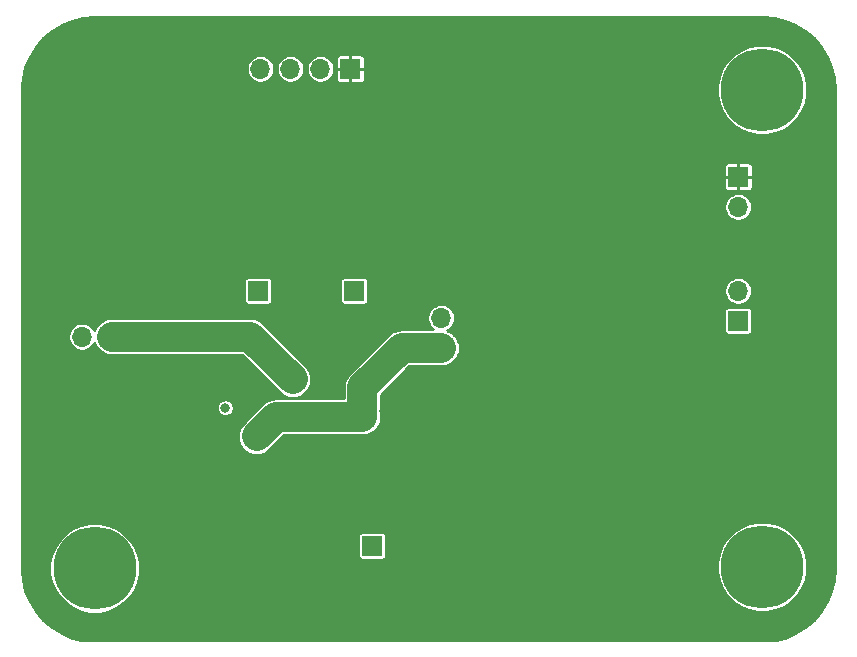
<source format=gbr>
%TF.GenerationSoftware,KiCad,Pcbnew,(5.1.9)-1*%
%TF.CreationDate,2021-07-13T18:03:53-04:00*%
%TF.ProjectId,detector_circuit_alt_LTC6254,64657465-6374-46f7-925f-636972637569,rev?*%
%TF.SameCoordinates,Original*%
%TF.FileFunction,Copper,L4,Bot*%
%TF.FilePolarity,Positive*%
%FSLAX46Y46*%
G04 Gerber Fmt 4.6, Leading zero omitted, Abs format (unit mm)*
G04 Created by KiCad (PCBNEW (5.1.9)-1) date 2021-07-13 18:03:53*
%MOMM*%
%LPD*%
G01*
G04 APERTURE LIST*
%TA.AperFunction,ComponentPad*%
%ADD10C,7.000000*%
%TD*%
%TA.AperFunction,ComponentPad*%
%ADD11R,1.700000X1.700000*%
%TD*%
%TA.AperFunction,ComponentPad*%
%ADD12O,1.700000X1.700000*%
%TD*%
%TA.AperFunction,ViaPad*%
%ADD13C,0.800000*%
%TD*%
%TA.AperFunction,Conductor*%
%ADD14C,2.500000*%
%TD*%
%TA.AperFunction,Conductor*%
%ADD15C,0.254000*%
%TD*%
%TA.AperFunction,Conductor*%
%ADD16C,0.100000*%
%TD*%
G04 APERTURE END LIST*
D10*
%TO.P,REF\u002A\u002A,1*%
%TO.N,N/C*%
X146685000Y-100457000D03*
%TD*%
%TO.P,REF\u002A\u002A,1*%
%TO.N,N/C*%
X146685000Y-140843000D03*
%TD*%
D11*
%TO.P,TP2,1*%
%TO.N,Net-(C31-Pad2)*%
X104013000Y-117475000D03*
%TD*%
%TO.P,TP15,1*%
%TO.N,Net-(C18-Pad2)*%
X113665000Y-139065000D03*
%TD*%
D12*
%TO.P,JP1,2*%
%TO.N,/AMP_OUT*%
X119507000Y-119761000D03*
D11*
%TO.P,JP1,1*%
%TO.N,Net-(C36-Pad1)*%
X119507000Y-122301000D03*
%TD*%
%TO.P,TP1,1*%
%TO.N,/DET_ADC*%
X112141000Y-117475000D03*
%TD*%
D12*
%TO.P,JP5,2*%
%TO.N,/Filter_IN*%
X89090500Y-121348500D03*
D11*
%TO.P,JP5,1*%
%TO.N,Net-(C31-Pad1)*%
X91630500Y-121348500D03*
%TD*%
D12*
%TO.P,J3,4*%
%TO.N,/SIPM_OUT*%
X104203500Y-98679000D03*
%TO.P,J3,3*%
%TO.N,/DET_ADC*%
X106743500Y-98679000D03*
%TO.P,J3,2*%
%TO.N,/AMP_OUT*%
X109283500Y-98679000D03*
D11*
%TO.P,J3,1*%
%TO.N,GND*%
X111823500Y-98679000D03*
%TD*%
D12*
%TO.P,J2,2*%
%TO.N,N/C*%
X144653000Y-117475000D03*
D11*
%TO.P,J2,1*%
%TO.N,/SIPM_OUT*%
X144653000Y-120015000D03*
%TD*%
D12*
%TO.P,J1,2*%
%TO.N,+4.7V*%
X144653000Y-110363000D03*
D11*
%TO.P,J1,1*%
%TO.N,GND*%
X144653000Y-107823000D03*
%TD*%
D10*
%TO.P,REF\u002A\u002A,1*%
%TO.N,N/C*%
X90170000Y-140970000D03*
%TD*%
D13*
%TO.N,GND*%
X124460000Y-123190000D03*
X109982000Y-140589000D03*
X100965000Y-140589000D03*
X101219000Y-125349000D03*
X127635000Y-123190000D03*
X114173000Y-100520500D03*
X114681000Y-127635000D03*
X126669800Y-131394200D03*
X122809000Y-131191000D03*
X130429000Y-131191000D03*
X133985000Y-131191000D03*
%TO.N,Net-(C31-Pad1)*%
X106943000Y-124959000D03*
%TO.N,Net-(C36-Pad1)*%
X113157000Y-128143000D03*
X103886000Y-129794000D03*
%TO.N,+4.7V*%
X101219000Y-127381000D03*
%TD*%
D14*
%TO.N,Net-(C31-Pad1)*%
X103332500Y-121348500D02*
X106943000Y-124959000D01*
X91630500Y-121348500D02*
X103332500Y-121348500D01*
%TO.N,Net-(C36-Pad1)*%
X105537000Y-128143000D02*
X112830999Y-128143000D01*
X103886000Y-129794000D02*
X105537000Y-128143000D01*
X112830999Y-125627001D02*
X112830999Y-128143000D01*
X116157000Y-122301000D02*
X112830999Y-125627001D01*
X119507000Y-122301000D02*
X116157000Y-122301000D01*
%TD*%
D15*
%TO.N,GND*%
X147650585Y-94360540D02*
X148592388Y-94586647D01*
X149487239Y-94957307D01*
X150313075Y-95463379D01*
X151049583Y-96092417D01*
X151678620Y-96828925D01*
X152184694Y-97654764D01*
X152555353Y-98549612D01*
X152781460Y-99491420D01*
X152858001Y-100463963D01*
X152858000Y-140963050D01*
X152781460Y-141935580D01*
X152555353Y-142877388D01*
X152184694Y-143772236D01*
X151678620Y-144598075D01*
X151049583Y-145334583D01*
X150313075Y-145963621D01*
X149487239Y-146469693D01*
X148592388Y-146840353D01*
X147833104Y-147022641D01*
X89021900Y-147022641D01*
X88262612Y-146840353D01*
X87367764Y-146469694D01*
X86541925Y-145963620D01*
X85805417Y-145334583D01*
X85176379Y-144598075D01*
X84670307Y-143772239D01*
X84299647Y-142877388D01*
X84073540Y-141935585D01*
X84010500Y-141134585D01*
X84010500Y-140593073D01*
X86343000Y-140593073D01*
X86343000Y-141346927D01*
X86490070Y-142086295D01*
X86778557Y-142782764D01*
X87197375Y-143409570D01*
X87730430Y-143942625D01*
X88357236Y-144361443D01*
X89053705Y-144649930D01*
X89793073Y-144797000D01*
X90546927Y-144797000D01*
X91286295Y-144649930D01*
X91982764Y-144361443D01*
X92609570Y-143942625D01*
X93142625Y-143409570D01*
X93561443Y-142782764D01*
X93849930Y-142086295D01*
X93997000Y-141346927D01*
X93997000Y-140593073D01*
X93971739Y-140466073D01*
X142858000Y-140466073D01*
X142858000Y-141219927D01*
X143005070Y-141959295D01*
X143293557Y-142655764D01*
X143712375Y-143282570D01*
X144245430Y-143815625D01*
X144872236Y-144234443D01*
X145568705Y-144522930D01*
X146308073Y-144670000D01*
X147061927Y-144670000D01*
X147801295Y-144522930D01*
X148497764Y-144234443D01*
X149124570Y-143815625D01*
X149657625Y-143282570D01*
X150076443Y-142655764D01*
X150364930Y-141959295D01*
X150512000Y-141219927D01*
X150512000Y-140466073D01*
X150364930Y-139726705D01*
X150076443Y-139030236D01*
X149657625Y-138403430D01*
X149124570Y-137870375D01*
X148497764Y-137451557D01*
X147801295Y-137163070D01*
X147061927Y-137016000D01*
X146308073Y-137016000D01*
X145568705Y-137163070D01*
X144872236Y-137451557D01*
X144245430Y-137870375D01*
X143712375Y-138403430D01*
X143293557Y-139030236D01*
X143005070Y-139726705D01*
X142858000Y-140466073D01*
X93971739Y-140466073D01*
X93849930Y-139853705D01*
X93561443Y-139157236D01*
X93142625Y-138530430D01*
X92827195Y-138215000D01*
X112486418Y-138215000D01*
X112486418Y-139915000D01*
X112492732Y-139979103D01*
X112511430Y-140040743D01*
X112541794Y-140097550D01*
X112582657Y-140147343D01*
X112632450Y-140188206D01*
X112689257Y-140218570D01*
X112750897Y-140237268D01*
X112815000Y-140243582D01*
X114515000Y-140243582D01*
X114579103Y-140237268D01*
X114640743Y-140218570D01*
X114697550Y-140188206D01*
X114747343Y-140147343D01*
X114788206Y-140097550D01*
X114818570Y-140040743D01*
X114837268Y-139979103D01*
X114843582Y-139915000D01*
X114843582Y-138215000D01*
X114837268Y-138150897D01*
X114818570Y-138089257D01*
X114788206Y-138032450D01*
X114747343Y-137982657D01*
X114697550Y-137941794D01*
X114640743Y-137911430D01*
X114579103Y-137892732D01*
X114515000Y-137886418D01*
X112815000Y-137886418D01*
X112750897Y-137892732D01*
X112689257Y-137911430D01*
X112632450Y-137941794D01*
X112582657Y-137982657D01*
X112541794Y-138032450D01*
X112511430Y-138089257D01*
X112492732Y-138150897D01*
X112486418Y-138215000D01*
X92827195Y-138215000D01*
X92609570Y-137997375D01*
X91982764Y-137578557D01*
X91286295Y-137290070D01*
X90546927Y-137143000D01*
X89793073Y-137143000D01*
X89053705Y-137290070D01*
X88357236Y-137578557D01*
X87730430Y-137997375D01*
X87197375Y-138530430D01*
X86778557Y-139157236D01*
X86490070Y-139853705D01*
X86343000Y-140593073D01*
X84010500Y-140593073D01*
X84010500Y-129794000D01*
X102301370Y-129794000D01*
X102331819Y-130103146D01*
X102421993Y-130400411D01*
X102568429Y-130674373D01*
X102765498Y-130914502D01*
X103005627Y-131111571D01*
X103279589Y-131258007D01*
X103576854Y-131348181D01*
X103886000Y-131378630D01*
X104195146Y-131348181D01*
X104492411Y-131258007D01*
X104766373Y-131111571D01*
X104946328Y-130963886D01*
X106190215Y-129720000D01*
X112753530Y-129720000D01*
X112830999Y-129727630D01*
X112908468Y-129720000D01*
X113140145Y-129697182D01*
X113437411Y-129607007D01*
X113711372Y-129460572D01*
X113951502Y-129263503D01*
X114148571Y-129023373D01*
X114295006Y-128749412D01*
X114385181Y-128452146D01*
X114415629Y-128143000D01*
X114407999Y-128065531D01*
X114407999Y-126280215D01*
X116810215Y-123878000D01*
X119584469Y-123878000D01*
X119816146Y-123855182D01*
X120113412Y-123765007D01*
X120387373Y-123618572D01*
X120627503Y-123421503D01*
X120824572Y-123181373D01*
X120971007Y-122907412D01*
X121061182Y-122610146D01*
X121091630Y-122301000D01*
X121061182Y-121991854D01*
X120971007Y-121694588D01*
X120824572Y-121420627D01*
X120627503Y-121180497D01*
X120387373Y-120983428D01*
X120113412Y-120836993D01*
X120039270Y-120814502D01*
X120064519Y-120804044D01*
X120257294Y-120675236D01*
X120421236Y-120511294D01*
X120550044Y-120318519D01*
X120638769Y-120104318D01*
X120684000Y-119876924D01*
X120684000Y-119645076D01*
X120638769Y-119417682D01*
X120550044Y-119203481D01*
X120524332Y-119165000D01*
X143474418Y-119165000D01*
X143474418Y-120865000D01*
X143480732Y-120929103D01*
X143499430Y-120990743D01*
X143529794Y-121047550D01*
X143570657Y-121097343D01*
X143620450Y-121138206D01*
X143677257Y-121168570D01*
X143738897Y-121187268D01*
X143803000Y-121193582D01*
X145503000Y-121193582D01*
X145567103Y-121187268D01*
X145628743Y-121168570D01*
X145685550Y-121138206D01*
X145735343Y-121097343D01*
X145776206Y-121047550D01*
X145806570Y-120990743D01*
X145825268Y-120929103D01*
X145831582Y-120865000D01*
X145831582Y-119165000D01*
X145825268Y-119100897D01*
X145806570Y-119039257D01*
X145776206Y-118982450D01*
X145735343Y-118932657D01*
X145685550Y-118891794D01*
X145628743Y-118861430D01*
X145567103Y-118842732D01*
X145503000Y-118836418D01*
X143803000Y-118836418D01*
X143738897Y-118842732D01*
X143677257Y-118861430D01*
X143620450Y-118891794D01*
X143570657Y-118932657D01*
X143529794Y-118982450D01*
X143499430Y-119039257D01*
X143480732Y-119100897D01*
X143474418Y-119165000D01*
X120524332Y-119165000D01*
X120421236Y-119010706D01*
X120257294Y-118846764D01*
X120064519Y-118717956D01*
X119850318Y-118629231D01*
X119622924Y-118584000D01*
X119391076Y-118584000D01*
X119163682Y-118629231D01*
X118949481Y-118717956D01*
X118756706Y-118846764D01*
X118592764Y-119010706D01*
X118463956Y-119203481D01*
X118375231Y-119417682D01*
X118330000Y-119645076D01*
X118330000Y-119876924D01*
X118375231Y-120104318D01*
X118463956Y-120318519D01*
X118592764Y-120511294D01*
X118756706Y-120675236D01*
X118829687Y-120724000D01*
X116234469Y-120724000D01*
X116157000Y-120716370D01*
X115847853Y-120746818D01*
X115550588Y-120836993D01*
X115276626Y-120983428D01*
X115198494Y-121047550D01*
X115036497Y-121180497D01*
X114987112Y-121240673D01*
X111770677Y-124457108D01*
X111710496Y-124506498D01*
X111513427Y-124746629D01*
X111366992Y-125020590D01*
X111276817Y-125317856D01*
X111266517Y-125422436D01*
X111246369Y-125627001D01*
X111253999Y-125704468D01*
X111253999Y-126566000D01*
X105614469Y-126566000D01*
X105537000Y-126558370D01*
X105227853Y-126588818D01*
X105079221Y-126633906D01*
X104930588Y-126678993D01*
X104822549Y-126736741D01*
X104656626Y-126825428D01*
X104544359Y-126917564D01*
X104416497Y-127022497D01*
X104367112Y-127082673D01*
X102716114Y-128733672D01*
X102568429Y-128913627D01*
X102421993Y-129187589D01*
X102331819Y-129484854D01*
X102301370Y-129794000D01*
X84010500Y-129794000D01*
X84010500Y-127309397D01*
X100492000Y-127309397D01*
X100492000Y-127452603D01*
X100519938Y-127593058D01*
X100574741Y-127725364D01*
X100654302Y-127844436D01*
X100755564Y-127945698D01*
X100874636Y-128025259D01*
X101006942Y-128080062D01*
X101147397Y-128108000D01*
X101290603Y-128108000D01*
X101431058Y-128080062D01*
X101563364Y-128025259D01*
X101682436Y-127945698D01*
X101783698Y-127844436D01*
X101863259Y-127725364D01*
X101918062Y-127593058D01*
X101946000Y-127452603D01*
X101946000Y-127309397D01*
X101918062Y-127168942D01*
X101863259Y-127036636D01*
X101783698Y-126917564D01*
X101682436Y-126816302D01*
X101563364Y-126736741D01*
X101431058Y-126681938D01*
X101290603Y-126654000D01*
X101147397Y-126654000D01*
X101006942Y-126681938D01*
X100874636Y-126736741D01*
X100755564Y-126816302D01*
X100654302Y-126917564D01*
X100574741Y-127036636D01*
X100519938Y-127168942D01*
X100492000Y-127309397D01*
X84010500Y-127309397D01*
X84010500Y-121232576D01*
X87913500Y-121232576D01*
X87913500Y-121464424D01*
X87958731Y-121691818D01*
X88047456Y-121906019D01*
X88176264Y-122098794D01*
X88340206Y-122262736D01*
X88532981Y-122391544D01*
X88747182Y-122480269D01*
X88974576Y-122525500D01*
X89206424Y-122525500D01*
X89433818Y-122480269D01*
X89648019Y-122391544D01*
X89840794Y-122262736D01*
X90004736Y-122098794D01*
X90133544Y-121906019D01*
X90144002Y-121880770D01*
X90166493Y-121954912D01*
X90312928Y-122228873D01*
X90509997Y-122469003D01*
X90750127Y-122666072D01*
X91024088Y-122812507D01*
X91321354Y-122902682D01*
X91553031Y-122925500D01*
X102679286Y-122925500D01*
X105882671Y-126128886D01*
X106062626Y-126276571D01*
X106336588Y-126423007D01*
X106633853Y-126513181D01*
X106942999Y-126543630D01*
X107252146Y-126513181D01*
X107549411Y-126423007D01*
X107823373Y-126276571D01*
X108063502Y-126079502D01*
X108260571Y-125839373D01*
X108407007Y-125565411D01*
X108497181Y-125268146D01*
X108527630Y-124958999D01*
X108497181Y-124649853D01*
X108407007Y-124352588D01*
X108260571Y-124078626D01*
X108112886Y-123898671D01*
X104502393Y-120288179D01*
X104453003Y-120227997D01*
X104212873Y-120030928D01*
X103938912Y-119884493D01*
X103641646Y-119794318D01*
X103409969Y-119771500D01*
X103409967Y-119771500D01*
X103332500Y-119763870D01*
X103255033Y-119771500D01*
X91553031Y-119771500D01*
X91321354Y-119794318D01*
X91024088Y-119884493D01*
X90750127Y-120030928D01*
X90509997Y-120227997D01*
X90312928Y-120468127D01*
X90166493Y-120742088D01*
X90144002Y-120816230D01*
X90133544Y-120790981D01*
X90004736Y-120598206D01*
X89840794Y-120434264D01*
X89648019Y-120305456D01*
X89433818Y-120216731D01*
X89206424Y-120171500D01*
X88974576Y-120171500D01*
X88747182Y-120216731D01*
X88532981Y-120305456D01*
X88340206Y-120434264D01*
X88176264Y-120598206D01*
X88047456Y-120790981D01*
X87958731Y-121005182D01*
X87913500Y-121232576D01*
X84010500Y-121232576D01*
X84010500Y-116625000D01*
X102834418Y-116625000D01*
X102834418Y-118325000D01*
X102840732Y-118389103D01*
X102859430Y-118450743D01*
X102889794Y-118507550D01*
X102930657Y-118557343D01*
X102980450Y-118598206D01*
X103037257Y-118628570D01*
X103098897Y-118647268D01*
X103163000Y-118653582D01*
X104863000Y-118653582D01*
X104927103Y-118647268D01*
X104988743Y-118628570D01*
X105045550Y-118598206D01*
X105095343Y-118557343D01*
X105136206Y-118507550D01*
X105166570Y-118450743D01*
X105185268Y-118389103D01*
X105191582Y-118325000D01*
X105191582Y-116625000D01*
X110962418Y-116625000D01*
X110962418Y-118325000D01*
X110968732Y-118389103D01*
X110987430Y-118450743D01*
X111017794Y-118507550D01*
X111058657Y-118557343D01*
X111108450Y-118598206D01*
X111165257Y-118628570D01*
X111226897Y-118647268D01*
X111291000Y-118653582D01*
X112991000Y-118653582D01*
X113055103Y-118647268D01*
X113116743Y-118628570D01*
X113173550Y-118598206D01*
X113223343Y-118557343D01*
X113264206Y-118507550D01*
X113294570Y-118450743D01*
X113313268Y-118389103D01*
X113319582Y-118325000D01*
X113319582Y-117359076D01*
X143476000Y-117359076D01*
X143476000Y-117590924D01*
X143521231Y-117818318D01*
X143609956Y-118032519D01*
X143738764Y-118225294D01*
X143902706Y-118389236D01*
X144095481Y-118518044D01*
X144309682Y-118606769D01*
X144537076Y-118652000D01*
X144768924Y-118652000D01*
X144996318Y-118606769D01*
X145210519Y-118518044D01*
X145403294Y-118389236D01*
X145567236Y-118225294D01*
X145696044Y-118032519D01*
X145784769Y-117818318D01*
X145830000Y-117590924D01*
X145830000Y-117359076D01*
X145784769Y-117131682D01*
X145696044Y-116917481D01*
X145567236Y-116724706D01*
X145403294Y-116560764D01*
X145210519Y-116431956D01*
X144996318Y-116343231D01*
X144768924Y-116298000D01*
X144537076Y-116298000D01*
X144309682Y-116343231D01*
X144095481Y-116431956D01*
X143902706Y-116560764D01*
X143738764Y-116724706D01*
X143609956Y-116917481D01*
X143521231Y-117131682D01*
X143476000Y-117359076D01*
X113319582Y-117359076D01*
X113319582Y-116625000D01*
X113313268Y-116560897D01*
X113294570Y-116499257D01*
X113264206Y-116442450D01*
X113223343Y-116392657D01*
X113173550Y-116351794D01*
X113116743Y-116321430D01*
X113055103Y-116302732D01*
X112991000Y-116296418D01*
X111291000Y-116296418D01*
X111226897Y-116302732D01*
X111165257Y-116321430D01*
X111108450Y-116351794D01*
X111058657Y-116392657D01*
X111017794Y-116442450D01*
X110987430Y-116499257D01*
X110968732Y-116560897D01*
X110962418Y-116625000D01*
X105191582Y-116625000D01*
X105185268Y-116560897D01*
X105166570Y-116499257D01*
X105136206Y-116442450D01*
X105095343Y-116392657D01*
X105045550Y-116351794D01*
X104988743Y-116321430D01*
X104927103Y-116302732D01*
X104863000Y-116296418D01*
X103163000Y-116296418D01*
X103098897Y-116302732D01*
X103037257Y-116321430D01*
X102980450Y-116351794D01*
X102930657Y-116392657D01*
X102889794Y-116442450D01*
X102859430Y-116499257D01*
X102840732Y-116560897D01*
X102834418Y-116625000D01*
X84010500Y-116625000D01*
X84010500Y-110247076D01*
X143476000Y-110247076D01*
X143476000Y-110478924D01*
X143521231Y-110706318D01*
X143609956Y-110920519D01*
X143738764Y-111113294D01*
X143902706Y-111277236D01*
X144095481Y-111406044D01*
X144309682Y-111494769D01*
X144537076Y-111540000D01*
X144768924Y-111540000D01*
X144996318Y-111494769D01*
X145210519Y-111406044D01*
X145403294Y-111277236D01*
X145567236Y-111113294D01*
X145696044Y-110920519D01*
X145784769Y-110706318D01*
X145830000Y-110478924D01*
X145830000Y-110247076D01*
X145784769Y-110019682D01*
X145696044Y-109805481D01*
X145567236Y-109612706D01*
X145403294Y-109448764D01*
X145210519Y-109319956D01*
X144996318Y-109231231D01*
X144768924Y-109186000D01*
X144537076Y-109186000D01*
X144309682Y-109231231D01*
X144095481Y-109319956D01*
X143902706Y-109448764D01*
X143738764Y-109612706D01*
X143609956Y-109805481D01*
X143521231Y-110019682D01*
X143476000Y-110247076D01*
X84010500Y-110247076D01*
X84010500Y-108673000D01*
X143420157Y-108673000D01*
X143427513Y-108747689D01*
X143449299Y-108819508D01*
X143484678Y-108885696D01*
X143532289Y-108943711D01*
X143590304Y-108991322D01*
X143656492Y-109026701D01*
X143728311Y-109048487D01*
X143803000Y-109055843D01*
X144557250Y-109054000D01*
X144652500Y-108958750D01*
X144652500Y-107823500D01*
X144653500Y-107823500D01*
X144653500Y-108958750D01*
X144748750Y-109054000D01*
X145503000Y-109055843D01*
X145577689Y-109048487D01*
X145649508Y-109026701D01*
X145715696Y-108991322D01*
X145773711Y-108943711D01*
X145821322Y-108885696D01*
X145856701Y-108819508D01*
X145878487Y-108747689D01*
X145885843Y-108673000D01*
X145884000Y-107918750D01*
X145788750Y-107823500D01*
X144653500Y-107823500D01*
X144652500Y-107823500D01*
X143517250Y-107823500D01*
X143422000Y-107918750D01*
X143420157Y-108673000D01*
X84010500Y-108673000D01*
X84010500Y-106973000D01*
X143420157Y-106973000D01*
X143422000Y-107727250D01*
X143517250Y-107822500D01*
X144652500Y-107822500D01*
X144652500Y-106687250D01*
X144653500Y-106687250D01*
X144653500Y-107822500D01*
X145788750Y-107822500D01*
X145884000Y-107727250D01*
X145885843Y-106973000D01*
X145878487Y-106898311D01*
X145856701Y-106826492D01*
X145821322Y-106760304D01*
X145773711Y-106702289D01*
X145715696Y-106654678D01*
X145649508Y-106619299D01*
X145577689Y-106597513D01*
X145503000Y-106590157D01*
X144748750Y-106592000D01*
X144653500Y-106687250D01*
X144652500Y-106687250D01*
X144557250Y-106592000D01*
X143803000Y-106590157D01*
X143728311Y-106597513D01*
X143656492Y-106619299D01*
X143590304Y-106654678D01*
X143532289Y-106702289D01*
X143484678Y-106760304D01*
X143449299Y-106826492D01*
X143427513Y-106898311D01*
X143420157Y-106973000D01*
X84010500Y-106973000D01*
X84010500Y-100292415D01*
X84027211Y-100080073D01*
X142858000Y-100080073D01*
X142858000Y-100833927D01*
X143005070Y-101573295D01*
X143293557Y-102269764D01*
X143712375Y-102896570D01*
X144245430Y-103429625D01*
X144872236Y-103848443D01*
X145568705Y-104136930D01*
X146308073Y-104284000D01*
X147061927Y-104284000D01*
X147801295Y-104136930D01*
X148497764Y-103848443D01*
X149124570Y-103429625D01*
X149657625Y-102896570D01*
X150076443Y-102269764D01*
X150364930Y-101573295D01*
X150512000Y-100833927D01*
X150512000Y-100080073D01*
X150364930Y-99340705D01*
X150076443Y-98644236D01*
X149657625Y-98017430D01*
X149124570Y-97484375D01*
X148497764Y-97065557D01*
X147801295Y-96777070D01*
X147061927Y-96630000D01*
X146308073Y-96630000D01*
X145568705Y-96777070D01*
X144872236Y-97065557D01*
X144245430Y-97484375D01*
X143712375Y-98017430D01*
X143293557Y-98644236D01*
X143005070Y-99340705D01*
X142858000Y-100080073D01*
X84027211Y-100080073D01*
X84073540Y-99491415D01*
X84296414Y-98563076D01*
X103026500Y-98563076D01*
X103026500Y-98794924D01*
X103071731Y-99022318D01*
X103160456Y-99236519D01*
X103289264Y-99429294D01*
X103453206Y-99593236D01*
X103645981Y-99722044D01*
X103860182Y-99810769D01*
X104087576Y-99856000D01*
X104319424Y-99856000D01*
X104546818Y-99810769D01*
X104761019Y-99722044D01*
X104953794Y-99593236D01*
X105117736Y-99429294D01*
X105246544Y-99236519D01*
X105335269Y-99022318D01*
X105380500Y-98794924D01*
X105380500Y-98563076D01*
X105566500Y-98563076D01*
X105566500Y-98794924D01*
X105611731Y-99022318D01*
X105700456Y-99236519D01*
X105829264Y-99429294D01*
X105993206Y-99593236D01*
X106185981Y-99722044D01*
X106400182Y-99810769D01*
X106627576Y-99856000D01*
X106859424Y-99856000D01*
X107086818Y-99810769D01*
X107301019Y-99722044D01*
X107493794Y-99593236D01*
X107657736Y-99429294D01*
X107786544Y-99236519D01*
X107875269Y-99022318D01*
X107920500Y-98794924D01*
X107920500Y-98563076D01*
X108106500Y-98563076D01*
X108106500Y-98794924D01*
X108151731Y-99022318D01*
X108240456Y-99236519D01*
X108369264Y-99429294D01*
X108533206Y-99593236D01*
X108725981Y-99722044D01*
X108940182Y-99810769D01*
X109167576Y-99856000D01*
X109399424Y-99856000D01*
X109626818Y-99810769D01*
X109841019Y-99722044D01*
X110033794Y-99593236D01*
X110098030Y-99529000D01*
X110590657Y-99529000D01*
X110598013Y-99603689D01*
X110619799Y-99675508D01*
X110655178Y-99741696D01*
X110702789Y-99799711D01*
X110760804Y-99847322D01*
X110826992Y-99882701D01*
X110898811Y-99904487D01*
X110973500Y-99911843D01*
X111727750Y-99910000D01*
X111823000Y-99814750D01*
X111823000Y-98679500D01*
X111824000Y-98679500D01*
X111824000Y-99814750D01*
X111919250Y-99910000D01*
X112673500Y-99911843D01*
X112748189Y-99904487D01*
X112820008Y-99882701D01*
X112886196Y-99847322D01*
X112944211Y-99799711D01*
X112991822Y-99741696D01*
X113027201Y-99675508D01*
X113048987Y-99603689D01*
X113056343Y-99529000D01*
X113054500Y-98774750D01*
X112959250Y-98679500D01*
X111824000Y-98679500D01*
X111823000Y-98679500D01*
X110687750Y-98679500D01*
X110592500Y-98774750D01*
X110590657Y-99529000D01*
X110098030Y-99529000D01*
X110197736Y-99429294D01*
X110326544Y-99236519D01*
X110415269Y-99022318D01*
X110460500Y-98794924D01*
X110460500Y-98563076D01*
X110415269Y-98335682D01*
X110326544Y-98121481D01*
X110197736Y-97928706D01*
X110098030Y-97829000D01*
X110590657Y-97829000D01*
X110592500Y-98583250D01*
X110687750Y-98678500D01*
X111823000Y-98678500D01*
X111823000Y-97543250D01*
X111824000Y-97543250D01*
X111824000Y-98678500D01*
X112959250Y-98678500D01*
X113054500Y-98583250D01*
X113056343Y-97829000D01*
X113048987Y-97754311D01*
X113027201Y-97682492D01*
X112991822Y-97616304D01*
X112944211Y-97558289D01*
X112886196Y-97510678D01*
X112820008Y-97475299D01*
X112748189Y-97453513D01*
X112673500Y-97446157D01*
X111919250Y-97448000D01*
X111824000Y-97543250D01*
X111823000Y-97543250D01*
X111727750Y-97448000D01*
X110973500Y-97446157D01*
X110898811Y-97453513D01*
X110826992Y-97475299D01*
X110760804Y-97510678D01*
X110702789Y-97558289D01*
X110655178Y-97616304D01*
X110619799Y-97682492D01*
X110598013Y-97754311D01*
X110590657Y-97829000D01*
X110098030Y-97829000D01*
X110033794Y-97764764D01*
X109841019Y-97635956D01*
X109626818Y-97547231D01*
X109399424Y-97502000D01*
X109167576Y-97502000D01*
X108940182Y-97547231D01*
X108725981Y-97635956D01*
X108533206Y-97764764D01*
X108369264Y-97928706D01*
X108240456Y-98121481D01*
X108151731Y-98335682D01*
X108106500Y-98563076D01*
X107920500Y-98563076D01*
X107875269Y-98335682D01*
X107786544Y-98121481D01*
X107657736Y-97928706D01*
X107493794Y-97764764D01*
X107301019Y-97635956D01*
X107086818Y-97547231D01*
X106859424Y-97502000D01*
X106627576Y-97502000D01*
X106400182Y-97547231D01*
X106185981Y-97635956D01*
X105993206Y-97764764D01*
X105829264Y-97928706D01*
X105700456Y-98121481D01*
X105611731Y-98335682D01*
X105566500Y-98563076D01*
X105380500Y-98563076D01*
X105335269Y-98335682D01*
X105246544Y-98121481D01*
X105117736Y-97928706D01*
X104953794Y-97764764D01*
X104761019Y-97635956D01*
X104546818Y-97547231D01*
X104319424Y-97502000D01*
X104087576Y-97502000D01*
X103860182Y-97547231D01*
X103645981Y-97635956D01*
X103453206Y-97764764D01*
X103289264Y-97928706D01*
X103160456Y-98121481D01*
X103071731Y-98335682D01*
X103026500Y-98563076D01*
X84296414Y-98563076D01*
X84299647Y-98549612D01*
X84670307Y-97654761D01*
X85176379Y-96828925D01*
X85805417Y-96092417D01*
X86541925Y-95463380D01*
X87367764Y-94957306D01*
X88262612Y-94586647D01*
X89204420Y-94360540D01*
X90176950Y-94284000D01*
X146678051Y-94284000D01*
X147650585Y-94360540D01*
%TA.AperFunction,Conductor*%
D16*
G36*
X147650585Y-94360540D02*
G01*
X148592388Y-94586647D01*
X149487239Y-94957307D01*
X150313075Y-95463379D01*
X151049583Y-96092417D01*
X151678620Y-96828925D01*
X152184694Y-97654764D01*
X152555353Y-98549612D01*
X152781460Y-99491420D01*
X152858001Y-100463963D01*
X152858000Y-140963050D01*
X152781460Y-141935580D01*
X152555353Y-142877388D01*
X152184694Y-143772236D01*
X151678620Y-144598075D01*
X151049583Y-145334583D01*
X150313075Y-145963621D01*
X149487239Y-146469693D01*
X148592388Y-146840353D01*
X147833104Y-147022641D01*
X89021900Y-147022641D01*
X88262612Y-146840353D01*
X87367764Y-146469694D01*
X86541925Y-145963620D01*
X85805417Y-145334583D01*
X85176379Y-144598075D01*
X84670307Y-143772239D01*
X84299647Y-142877388D01*
X84073540Y-141935585D01*
X84010500Y-141134585D01*
X84010500Y-140593073D01*
X86343000Y-140593073D01*
X86343000Y-141346927D01*
X86490070Y-142086295D01*
X86778557Y-142782764D01*
X87197375Y-143409570D01*
X87730430Y-143942625D01*
X88357236Y-144361443D01*
X89053705Y-144649930D01*
X89793073Y-144797000D01*
X90546927Y-144797000D01*
X91286295Y-144649930D01*
X91982764Y-144361443D01*
X92609570Y-143942625D01*
X93142625Y-143409570D01*
X93561443Y-142782764D01*
X93849930Y-142086295D01*
X93997000Y-141346927D01*
X93997000Y-140593073D01*
X93971739Y-140466073D01*
X142858000Y-140466073D01*
X142858000Y-141219927D01*
X143005070Y-141959295D01*
X143293557Y-142655764D01*
X143712375Y-143282570D01*
X144245430Y-143815625D01*
X144872236Y-144234443D01*
X145568705Y-144522930D01*
X146308073Y-144670000D01*
X147061927Y-144670000D01*
X147801295Y-144522930D01*
X148497764Y-144234443D01*
X149124570Y-143815625D01*
X149657625Y-143282570D01*
X150076443Y-142655764D01*
X150364930Y-141959295D01*
X150512000Y-141219927D01*
X150512000Y-140466073D01*
X150364930Y-139726705D01*
X150076443Y-139030236D01*
X149657625Y-138403430D01*
X149124570Y-137870375D01*
X148497764Y-137451557D01*
X147801295Y-137163070D01*
X147061927Y-137016000D01*
X146308073Y-137016000D01*
X145568705Y-137163070D01*
X144872236Y-137451557D01*
X144245430Y-137870375D01*
X143712375Y-138403430D01*
X143293557Y-139030236D01*
X143005070Y-139726705D01*
X142858000Y-140466073D01*
X93971739Y-140466073D01*
X93849930Y-139853705D01*
X93561443Y-139157236D01*
X93142625Y-138530430D01*
X92827195Y-138215000D01*
X112486418Y-138215000D01*
X112486418Y-139915000D01*
X112492732Y-139979103D01*
X112511430Y-140040743D01*
X112541794Y-140097550D01*
X112582657Y-140147343D01*
X112632450Y-140188206D01*
X112689257Y-140218570D01*
X112750897Y-140237268D01*
X112815000Y-140243582D01*
X114515000Y-140243582D01*
X114579103Y-140237268D01*
X114640743Y-140218570D01*
X114697550Y-140188206D01*
X114747343Y-140147343D01*
X114788206Y-140097550D01*
X114818570Y-140040743D01*
X114837268Y-139979103D01*
X114843582Y-139915000D01*
X114843582Y-138215000D01*
X114837268Y-138150897D01*
X114818570Y-138089257D01*
X114788206Y-138032450D01*
X114747343Y-137982657D01*
X114697550Y-137941794D01*
X114640743Y-137911430D01*
X114579103Y-137892732D01*
X114515000Y-137886418D01*
X112815000Y-137886418D01*
X112750897Y-137892732D01*
X112689257Y-137911430D01*
X112632450Y-137941794D01*
X112582657Y-137982657D01*
X112541794Y-138032450D01*
X112511430Y-138089257D01*
X112492732Y-138150897D01*
X112486418Y-138215000D01*
X92827195Y-138215000D01*
X92609570Y-137997375D01*
X91982764Y-137578557D01*
X91286295Y-137290070D01*
X90546927Y-137143000D01*
X89793073Y-137143000D01*
X89053705Y-137290070D01*
X88357236Y-137578557D01*
X87730430Y-137997375D01*
X87197375Y-138530430D01*
X86778557Y-139157236D01*
X86490070Y-139853705D01*
X86343000Y-140593073D01*
X84010500Y-140593073D01*
X84010500Y-129794000D01*
X102301370Y-129794000D01*
X102331819Y-130103146D01*
X102421993Y-130400411D01*
X102568429Y-130674373D01*
X102765498Y-130914502D01*
X103005627Y-131111571D01*
X103279589Y-131258007D01*
X103576854Y-131348181D01*
X103886000Y-131378630D01*
X104195146Y-131348181D01*
X104492411Y-131258007D01*
X104766373Y-131111571D01*
X104946328Y-130963886D01*
X106190215Y-129720000D01*
X112753530Y-129720000D01*
X112830999Y-129727630D01*
X112908468Y-129720000D01*
X113140145Y-129697182D01*
X113437411Y-129607007D01*
X113711372Y-129460572D01*
X113951502Y-129263503D01*
X114148571Y-129023373D01*
X114295006Y-128749412D01*
X114385181Y-128452146D01*
X114415629Y-128143000D01*
X114407999Y-128065531D01*
X114407999Y-126280215D01*
X116810215Y-123878000D01*
X119584469Y-123878000D01*
X119816146Y-123855182D01*
X120113412Y-123765007D01*
X120387373Y-123618572D01*
X120627503Y-123421503D01*
X120824572Y-123181373D01*
X120971007Y-122907412D01*
X121061182Y-122610146D01*
X121091630Y-122301000D01*
X121061182Y-121991854D01*
X120971007Y-121694588D01*
X120824572Y-121420627D01*
X120627503Y-121180497D01*
X120387373Y-120983428D01*
X120113412Y-120836993D01*
X120039270Y-120814502D01*
X120064519Y-120804044D01*
X120257294Y-120675236D01*
X120421236Y-120511294D01*
X120550044Y-120318519D01*
X120638769Y-120104318D01*
X120684000Y-119876924D01*
X120684000Y-119645076D01*
X120638769Y-119417682D01*
X120550044Y-119203481D01*
X120524332Y-119165000D01*
X143474418Y-119165000D01*
X143474418Y-120865000D01*
X143480732Y-120929103D01*
X143499430Y-120990743D01*
X143529794Y-121047550D01*
X143570657Y-121097343D01*
X143620450Y-121138206D01*
X143677257Y-121168570D01*
X143738897Y-121187268D01*
X143803000Y-121193582D01*
X145503000Y-121193582D01*
X145567103Y-121187268D01*
X145628743Y-121168570D01*
X145685550Y-121138206D01*
X145735343Y-121097343D01*
X145776206Y-121047550D01*
X145806570Y-120990743D01*
X145825268Y-120929103D01*
X145831582Y-120865000D01*
X145831582Y-119165000D01*
X145825268Y-119100897D01*
X145806570Y-119039257D01*
X145776206Y-118982450D01*
X145735343Y-118932657D01*
X145685550Y-118891794D01*
X145628743Y-118861430D01*
X145567103Y-118842732D01*
X145503000Y-118836418D01*
X143803000Y-118836418D01*
X143738897Y-118842732D01*
X143677257Y-118861430D01*
X143620450Y-118891794D01*
X143570657Y-118932657D01*
X143529794Y-118982450D01*
X143499430Y-119039257D01*
X143480732Y-119100897D01*
X143474418Y-119165000D01*
X120524332Y-119165000D01*
X120421236Y-119010706D01*
X120257294Y-118846764D01*
X120064519Y-118717956D01*
X119850318Y-118629231D01*
X119622924Y-118584000D01*
X119391076Y-118584000D01*
X119163682Y-118629231D01*
X118949481Y-118717956D01*
X118756706Y-118846764D01*
X118592764Y-119010706D01*
X118463956Y-119203481D01*
X118375231Y-119417682D01*
X118330000Y-119645076D01*
X118330000Y-119876924D01*
X118375231Y-120104318D01*
X118463956Y-120318519D01*
X118592764Y-120511294D01*
X118756706Y-120675236D01*
X118829687Y-120724000D01*
X116234469Y-120724000D01*
X116157000Y-120716370D01*
X115847853Y-120746818D01*
X115550588Y-120836993D01*
X115276626Y-120983428D01*
X115198494Y-121047550D01*
X115036497Y-121180497D01*
X114987112Y-121240673D01*
X111770677Y-124457108D01*
X111710496Y-124506498D01*
X111513427Y-124746629D01*
X111366992Y-125020590D01*
X111276817Y-125317856D01*
X111266517Y-125422436D01*
X111246369Y-125627001D01*
X111253999Y-125704468D01*
X111253999Y-126566000D01*
X105614469Y-126566000D01*
X105537000Y-126558370D01*
X105227853Y-126588818D01*
X105079221Y-126633906D01*
X104930588Y-126678993D01*
X104822549Y-126736741D01*
X104656626Y-126825428D01*
X104544359Y-126917564D01*
X104416497Y-127022497D01*
X104367112Y-127082673D01*
X102716114Y-128733672D01*
X102568429Y-128913627D01*
X102421993Y-129187589D01*
X102331819Y-129484854D01*
X102301370Y-129794000D01*
X84010500Y-129794000D01*
X84010500Y-127309397D01*
X100492000Y-127309397D01*
X100492000Y-127452603D01*
X100519938Y-127593058D01*
X100574741Y-127725364D01*
X100654302Y-127844436D01*
X100755564Y-127945698D01*
X100874636Y-128025259D01*
X101006942Y-128080062D01*
X101147397Y-128108000D01*
X101290603Y-128108000D01*
X101431058Y-128080062D01*
X101563364Y-128025259D01*
X101682436Y-127945698D01*
X101783698Y-127844436D01*
X101863259Y-127725364D01*
X101918062Y-127593058D01*
X101946000Y-127452603D01*
X101946000Y-127309397D01*
X101918062Y-127168942D01*
X101863259Y-127036636D01*
X101783698Y-126917564D01*
X101682436Y-126816302D01*
X101563364Y-126736741D01*
X101431058Y-126681938D01*
X101290603Y-126654000D01*
X101147397Y-126654000D01*
X101006942Y-126681938D01*
X100874636Y-126736741D01*
X100755564Y-126816302D01*
X100654302Y-126917564D01*
X100574741Y-127036636D01*
X100519938Y-127168942D01*
X100492000Y-127309397D01*
X84010500Y-127309397D01*
X84010500Y-121232576D01*
X87913500Y-121232576D01*
X87913500Y-121464424D01*
X87958731Y-121691818D01*
X88047456Y-121906019D01*
X88176264Y-122098794D01*
X88340206Y-122262736D01*
X88532981Y-122391544D01*
X88747182Y-122480269D01*
X88974576Y-122525500D01*
X89206424Y-122525500D01*
X89433818Y-122480269D01*
X89648019Y-122391544D01*
X89840794Y-122262736D01*
X90004736Y-122098794D01*
X90133544Y-121906019D01*
X90144002Y-121880770D01*
X90166493Y-121954912D01*
X90312928Y-122228873D01*
X90509997Y-122469003D01*
X90750127Y-122666072D01*
X91024088Y-122812507D01*
X91321354Y-122902682D01*
X91553031Y-122925500D01*
X102679286Y-122925500D01*
X105882671Y-126128886D01*
X106062626Y-126276571D01*
X106336588Y-126423007D01*
X106633853Y-126513181D01*
X106942999Y-126543630D01*
X107252146Y-126513181D01*
X107549411Y-126423007D01*
X107823373Y-126276571D01*
X108063502Y-126079502D01*
X108260571Y-125839373D01*
X108407007Y-125565411D01*
X108497181Y-125268146D01*
X108527630Y-124958999D01*
X108497181Y-124649853D01*
X108407007Y-124352588D01*
X108260571Y-124078626D01*
X108112886Y-123898671D01*
X104502393Y-120288179D01*
X104453003Y-120227997D01*
X104212873Y-120030928D01*
X103938912Y-119884493D01*
X103641646Y-119794318D01*
X103409969Y-119771500D01*
X103409967Y-119771500D01*
X103332500Y-119763870D01*
X103255033Y-119771500D01*
X91553031Y-119771500D01*
X91321354Y-119794318D01*
X91024088Y-119884493D01*
X90750127Y-120030928D01*
X90509997Y-120227997D01*
X90312928Y-120468127D01*
X90166493Y-120742088D01*
X90144002Y-120816230D01*
X90133544Y-120790981D01*
X90004736Y-120598206D01*
X89840794Y-120434264D01*
X89648019Y-120305456D01*
X89433818Y-120216731D01*
X89206424Y-120171500D01*
X88974576Y-120171500D01*
X88747182Y-120216731D01*
X88532981Y-120305456D01*
X88340206Y-120434264D01*
X88176264Y-120598206D01*
X88047456Y-120790981D01*
X87958731Y-121005182D01*
X87913500Y-121232576D01*
X84010500Y-121232576D01*
X84010500Y-116625000D01*
X102834418Y-116625000D01*
X102834418Y-118325000D01*
X102840732Y-118389103D01*
X102859430Y-118450743D01*
X102889794Y-118507550D01*
X102930657Y-118557343D01*
X102980450Y-118598206D01*
X103037257Y-118628570D01*
X103098897Y-118647268D01*
X103163000Y-118653582D01*
X104863000Y-118653582D01*
X104927103Y-118647268D01*
X104988743Y-118628570D01*
X105045550Y-118598206D01*
X105095343Y-118557343D01*
X105136206Y-118507550D01*
X105166570Y-118450743D01*
X105185268Y-118389103D01*
X105191582Y-118325000D01*
X105191582Y-116625000D01*
X110962418Y-116625000D01*
X110962418Y-118325000D01*
X110968732Y-118389103D01*
X110987430Y-118450743D01*
X111017794Y-118507550D01*
X111058657Y-118557343D01*
X111108450Y-118598206D01*
X111165257Y-118628570D01*
X111226897Y-118647268D01*
X111291000Y-118653582D01*
X112991000Y-118653582D01*
X113055103Y-118647268D01*
X113116743Y-118628570D01*
X113173550Y-118598206D01*
X113223343Y-118557343D01*
X113264206Y-118507550D01*
X113294570Y-118450743D01*
X113313268Y-118389103D01*
X113319582Y-118325000D01*
X113319582Y-117359076D01*
X143476000Y-117359076D01*
X143476000Y-117590924D01*
X143521231Y-117818318D01*
X143609956Y-118032519D01*
X143738764Y-118225294D01*
X143902706Y-118389236D01*
X144095481Y-118518044D01*
X144309682Y-118606769D01*
X144537076Y-118652000D01*
X144768924Y-118652000D01*
X144996318Y-118606769D01*
X145210519Y-118518044D01*
X145403294Y-118389236D01*
X145567236Y-118225294D01*
X145696044Y-118032519D01*
X145784769Y-117818318D01*
X145830000Y-117590924D01*
X145830000Y-117359076D01*
X145784769Y-117131682D01*
X145696044Y-116917481D01*
X145567236Y-116724706D01*
X145403294Y-116560764D01*
X145210519Y-116431956D01*
X144996318Y-116343231D01*
X144768924Y-116298000D01*
X144537076Y-116298000D01*
X144309682Y-116343231D01*
X144095481Y-116431956D01*
X143902706Y-116560764D01*
X143738764Y-116724706D01*
X143609956Y-116917481D01*
X143521231Y-117131682D01*
X143476000Y-117359076D01*
X113319582Y-117359076D01*
X113319582Y-116625000D01*
X113313268Y-116560897D01*
X113294570Y-116499257D01*
X113264206Y-116442450D01*
X113223343Y-116392657D01*
X113173550Y-116351794D01*
X113116743Y-116321430D01*
X113055103Y-116302732D01*
X112991000Y-116296418D01*
X111291000Y-116296418D01*
X111226897Y-116302732D01*
X111165257Y-116321430D01*
X111108450Y-116351794D01*
X111058657Y-116392657D01*
X111017794Y-116442450D01*
X110987430Y-116499257D01*
X110968732Y-116560897D01*
X110962418Y-116625000D01*
X105191582Y-116625000D01*
X105185268Y-116560897D01*
X105166570Y-116499257D01*
X105136206Y-116442450D01*
X105095343Y-116392657D01*
X105045550Y-116351794D01*
X104988743Y-116321430D01*
X104927103Y-116302732D01*
X104863000Y-116296418D01*
X103163000Y-116296418D01*
X103098897Y-116302732D01*
X103037257Y-116321430D01*
X102980450Y-116351794D01*
X102930657Y-116392657D01*
X102889794Y-116442450D01*
X102859430Y-116499257D01*
X102840732Y-116560897D01*
X102834418Y-116625000D01*
X84010500Y-116625000D01*
X84010500Y-110247076D01*
X143476000Y-110247076D01*
X143476000Y-110478924D01*
X143521231Y-110706318D01*
X143609956Y-110920519D01*
X143738764Y-111113294D01*
X143902706Y-111277236D01*
X144095481Y-111406044D01*
X144309682Y-111494769D01*
X144537076Y-111540000D01*
X144768924Y-111540000D01*
X144996318Y-111494769D01*
X145210519Y-111406044D01*
X145403294Y-111277236D01*
X145567236Y-111113294D01*
X145696044Y-110920519D01*
X145784769Y-110706318D01*
X145830000Y-110478924D01*
X145830000Y-110247076D01*
X145784769Y-110019682D01*
X145696044Y-109805481D01*
X145567236Y-109612706D01*
X145403294Y-109448764D01*
X145210519Y-109319956D01*
X144996318Y-109231231D01*
X144768924Y-109186000D01*
X144537076Y-109186000D01*
X144309682Y-109231231D01*
X144095481Y-109319956D01*
X143902706Y-109448764D01*
X143738764Y-109612706D01*
X143609956Y-109805481D01*
X143521231Y-110019682D01*
X143476000Y-110247076D01*
X84010500Y-110247076D01*
X84010500Y-108673000D01*
X143420157Y-108673000D01*
X143427513Y-108747689D01*
X143449299Y-108819508D01*
X143484678Y-108885696D01*
X143532289Y-108943711D01*
X143590304Y-108991322D01*
X143656492Y-109026701D01*
X143728311Y-109048487D01*
X143803000Y-109055843D01*
X144557250Y-109054000D01*
X144652500Y-108958750D01*
X144652500Y-107823500D01*
X144653500Y-107823500D01*
X144653500Y-108958750D01*
X144748750Y-109054000D01*
X145503000Y-109055843D01*
X145577689Y-109048487D01*
X145649508Y-109026701D01*
X145715696Y-108991322D01*
X145773711Y-108943711D01*
X145821322Y-108885696D01*
X145856701Y-108819508D01*
X145878487Y-108747689D01*
X145885843Y-108673000D01*
X145884000Y-107918750D01*
X145788750Y-107823500D01*
X144653500Y-107823500D01*
X144652500Y-107823500D01*
X143517250Y-107823500D01*
X143422000Y-107918750D01*
X143420157Y-108673000D01*
X84010500Y-108673000D01*
X84010500Y-106973000D01*
X143420157Y-106973000D01*
X143422000Y-107727250D01*
X143517250Y-107822500D01*
X144652500Y-107822500D01*
X144652500Y-106687250D01*
X144653500Y-106687250D01*
X144653500Y-107822500D01*
X145788750Y-107822500D01*
X145884000Y-107727250D01*
X145885843Y-106973000D01*
X145878487Y-106898311D01*
X145856701Y-106826492D01*
X145821322Y-106760304D01*
X145773711Y-106702289D01*
X145715696Y-106654678D01*
X145649508Y-106619299D01*
X145577689Y-106597513D01*
X145503000Y-106590157D01*
X144748750Y-106592000D01*
X144653500Y-106687250D01*
X144652500Y-106687250D01*
X144557250Y-106592000D01*
X143803000Y-106590157D01*
X143728311Y-106597513D01*
X143656492Y-106619299D01*
X143590304Y-106654678D01*
X143532289Y-106702289D01*
X143484678Y-106760304D01*
X143449299Y-106826492D01*
X143427513Y-106898311D01*
X143420157Y-106973000D01*
X84010500Y-106973000D01*
X84010500Y-100292415D01*
X84027211Y-100080073D01*
X142858000Y-100080073D01*
X142858000Y-100833927D01*
X143005070Y-101573295D01*
X143293557Y-102269764D01*
X143712375Y-102896570D01*
X144245430Y-103429625D01*
X144872236Y-103848443D01*
X145568705Y-104136930D01*
X146308073Y-104284000D01*
X147061927Y-104284000D01*
X147801295Y-104136930D01*
X148497764Y-103848443D01*
X149124570Y-103429625D01*
X149657625Y-102896570D01*
X150076443Y-102269764D01*
X150364930Y-101573295D01*
X150512000Y-100833927D01*
X150512000Y-100080073D01*
X150364930Y-99340705D01*
X150076443Y-98644236D01*
X149657625Y-98017430D01*
X149124570Y-97484375D01*
X148497764Y-97065557D01*
X147801295Y-96777070D01*
X147061927Y-96630000D01*
X146308073Y-96630000D01*
X145568705Y-96777070D01*
X144872236Y-97065557D01*
X144245430Y-97484375D01*
X143712375Y-98017430D01*
X143293557Y-98644236D01*
X143005070Y-99340705D01*
X142858000Y-100080073D01*
X84027211Y-100080073D01*
X84073540Y-99491415D01*
X84296414Y-98563076D01*
X103026500Y-98563076D01*
X103026500Y-98794924D01*
X103071731Y-99022318D01*
X103160456Y-99236519D01*
X103289264Y-99429294D01*
X103453206Y-99593236D01*
X103645981Y-99722044D01*
X103860182Y-99810769D01*
X104087576Y-99856000D01*
X104319424Y-99856000D01*
X104546818Y-99810769D01*
X104761019Y-99722044D01*
X104953794Y-99593236D01*
X105117736Y-99429294D01*
X105246544Y-99236519D01*
X105335269Y-99022318D01*
X105380500Y-98794924D01*
X105380500Y-98563076D01*
X105566500Y-98563076D01*
X105566500Y-98794924D01*
X105611731Y-99022318D01*
X105700456Y-99236519D01*
X105829264Y-99429294D01*
X105993206Y-99593236D01*
X106185981Y-99722044D01*
X106400182Y-99810769D01*
X106627576Y-99856000D01*
X106859424Y-99856000D01*
X107086818Y-99810769D01*
X107301019Y-99722044D01*
X107493794Y-99593236D01*
X107657736Y-99429294D01*
X107786544Y-99236519D01*
X107875269Y-99022318D01*
X107920500Y-98794924D01*
X107920500Y-98563076D01*
X108106500Y-98563076D01*
X108106500Y-98794924D01*
X108151731Y-99022318D01*
X108240456Y-99236519D01*
X108369264Y-99429294D01*
X108533206Y-99593236D01*
X108725981Y-99722044D01*
X108940182Y-99810769D01*
X109167576Y-99856000D01*
X109399424Y-99856000D01*
X109626818Y-99810769D01*
X109841019Y-99722044D01*
X110033794Y-99593236D01*
X110098030Y-99529000D01*
X110590657Y-99529000D01*
X110598013Y-99603689D01*
X110619799Y-99675508D01*
X110655178Y-99741696D01*
X110702789Y-99799711D01*
X110760804Y-99847322D01*
X110826992Y-99882701D01*
X110898811Y-99904487D01*
X110973500Y-99911843D01*
X111727750Y-99910000D01*
X111823000Y-99814750D01*
X111823000Y-98679500D01*
X111824000Y-98679500D01*
X111824000Y-99814750D01*
X111919250Y-99910000D01*
X112673500Y-99911843D01*
X112748189Y-99904487D01*
X112820008Y-99882701D01*
X112886196Y-99847322D01*
X112944211Y-99799711D01*
X112991822Y-99741696D01*
X113027201Y-99675508D01*
X113048987Y-99603689D01*
X113056343Y-99529000D01*
X113054500Y-98774750D01*
X112959250Y-98679500D01*
X111824000Y-98679500D01*
X111823000Y-98679500D01*
X110687750Y-98679500D01*
X110592500Y-98774750D01*
X110590657Y-99529000D01*
X110098030Y-99529000D01*
X110197736Y-99429294D01*
X110326544Y-99236519D01*
X110415269Y-99022318D01*
X110460500Y-98794924D01*
X110460500Y-98563076D01*
X110415269Y-98335682D01*
X110326544Y-98121481D01*
X110197736Y-97928706D01*
X110098030Y-97829000D01*
X110590657Y-97829000D01*
X110592500Y-98583250D01*
X110687750Y-98678500D01*
X111823000Y-98678500D01*
X111823000Y-97543250D01*
X111824000Y-97543250D01*
X111824000Y-98678500D01*
X112959250Y-98678500D01*
X113054500Y-98583250D01*
X113056343Y-97829000D01*
X113048987Y-97754311D01*
X113027201Y-97682492D01*
X112991822Y-97616304D01*
X112944211Y-97558289D01*
X112886196Y-97510678D01*
X112820008Y-97475299D01*
X112748189Y-97453513D01*
X112673500Y-97446157D01*
X111919250Y-97448000D01*
X111824000Y-97543250D01*
X111823000Y-97543250D01*
X111727750Y-97448000D01*
X110973500Y-97446157D01*
X110898811Y-97453513D01*
X110826992Y-97475299D01*
X110760804Y-97510678D01*
X110702789Y-97558289D01*
X110655178Y-97616304D01*
X110619799Y-97682492D01*
X110598013Y-97754311D01*
X110590657Y-97829000D01*
X110098030Y-97829000D01*
X110033794Y-97764764D01*
X109841019Y-97635956D01*
X109626818Y-97547231D01*
X109399424Y-97502000D01*
X109167576Y-97502000D01*
X108940182Y-97547231D01*
X108725981Y-97635956D01*
X108533206Y-97764764D01*
X108369264Y-97928706D01*
X108240456Y-98121481D01*
X108151731Y-98335682D01*
X108106500Y-98563076D01*
X107920500Y-98563076D01*
X107875269Y-98335682D01*
X107786544Y-98121481D01*
X107657736Y-97928706D01*
X107493794Y-97764764D01*
X107301019Y-97635956D01*
X107086818Y-97547231D01*
X106859424Y-97502000D01*
X106627576Y-97502000D01*
X106400182Y-97547231D01*
X106185981Y-97635956D01*
X105993206Y-97764764D01*
X105829264Y-97928706D01*
X105700456Y-98121481D01*
X105611731Y-98335682D01*
X105566500Y-98563076D01*
X105380500Y-98563076D01*
X105335269Y-98335682D01*
X105246544Y-98121481D01*
X105117736Y-97928706D01*
X104953794Y-97764764D01*
X104761019Y-97635956D01*
X104546818Y-97547231D01*
X104319424Y-97502000D01*
X104087576Y-97502000D01*
X103860182Y-97547231D01*
X103645981Y-97635956D01*
X103453206Y-97764764D01*
X103289264Y-97928706D01*
X103160456Y-98121481D01*
X103071731Y-98335682D01*
X103026500Y-98563076D01*
X84296414Y-98563076D01*
X84299647Y-98549612D01*
X84670307Y-97654761D01*
X85176379Y-96828925D01*
X85805417Y-96092417D01*
X86541925Y-95463380D01*
X87367764Y-94957306D01*
X88262612Y-94586647D01*
X89204420Y-94360540D01*
X90176950Y-94284000D01*
X146678051Y-94284000D01*
X147650585Y-94360540D01*
G37*
%TD.AperFunction*%
%TD*%
M02*

</source>
